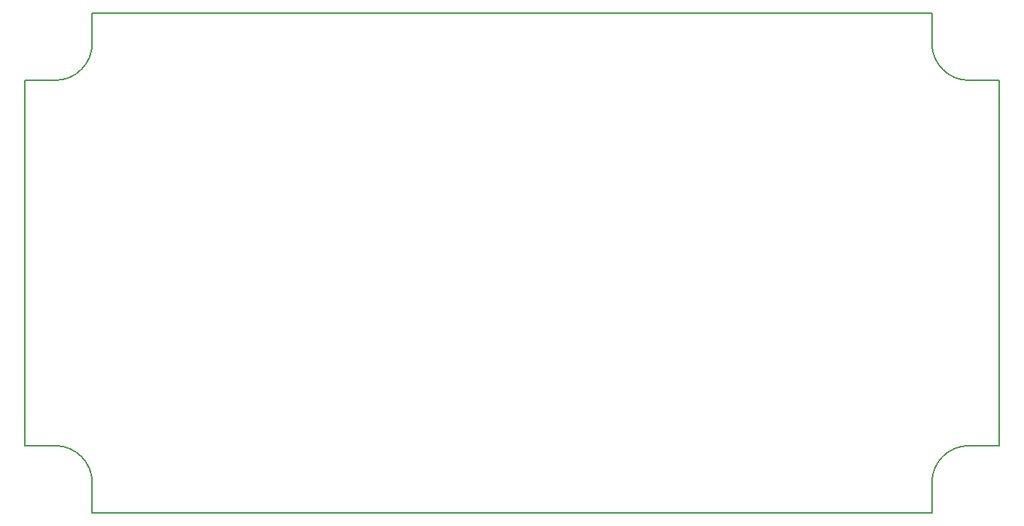
<source format=gbr>
G04 DipTrace 3.0.0.2*
G04 BoardOutline.gbr*
%MOMM*%
G04 #@! TF.FileFunction,Profile*
G04 #@! TF.Part,Single*
%ADD11C,0.14*%
%FSLAX35Y35*%
G04*
G71*
G90*
G75*
G01*
G04 BoardOutline*
%LPD*%
X11520000Y1350000D2*
D11*
G02X11950000Y1780000I429963J37D01*
G01*
X12300000D1*
Y6020000D1*
X11950000D1*
G02X11520000Y6450000I-37J429963D01*
G01*
Y6800000D1*
X1780000D1*
Y6450000D1*
G02X1350000Y6020000I-429963J-37D01*
G01*
X1000000D1*
Y1780000D1*
X1350000D1*
G02X1780000Y1350000I37J-429963D01*
G01*
Y1000000D1*
X11520000D1*
Y1350000D1*
M02*

</source>
